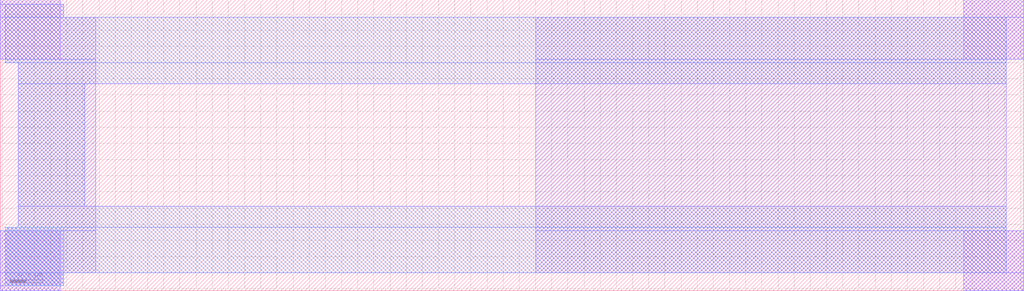
<source format=lef>
# Copyright 2020 The SkyWater PDK Authors
#
# Licensed under the Apache License, Version 2.0 (the "License");
# you may not use this file except in compliance with the License.
# You may obtain a copy of the License at
#
#     https://www.apache.org/licenses/LICENSE-2.0
#
# Unless required by applicable law or agreed to in writing, software
# distributed under the License is distributed on an "AS IS" BASIS,
# WITHOUT WARRANTIES OR CONDITIONS OF ANY KIND, either express or implied.
# See the License for the specific language governing permissions and
# limitations under the License.
#
# SPDX-License-Identifier: Apache-2.0

VERSION 5.7 ;
  NOWIREEXTENSIONATPIN ON ;
  DIVIDERCHAR "/" ;
  BUSBITCHARS "[]" ;
MACRO sky130_fd_bd_sram__sram_dp_blkinv_met23
  CLASS BLOCK ;
  FOREIGN sky130_fd_bd_sram__sram_dp_blkinv_met23 ;
  ORIGIN  0.055000  0.055000 ;
  SIZE  3.165000 BY  0.900000 ;
  OBS
    LAYER met1 ;
      RECT -0.055000 -0.055000 0.130000 0.130000 ;
      RECT -0.055000  0.660000 0.130000 0.845000 ;
      RECT  2.925000 -0.055000 3.110000 0.130000 ;
      RECT  2.925000  0.660000 3.110000 0.845000 ;
    LAYER met2 ;
      RECT -0.055000 -0.055000 0.130000 -0.040000 ;
      RECT -0.055000 -0.040000 0.140000  0.000000 ;
      RECT -0.055000  0.000000 0.240000  0.130000 ;
      RECT -0.055000  0.660000 0.240000  0.790000 ;
      RECT -0.055000  0.790000 0.140000  0.830000 ;
      RECT -0.055000  0.830000 0.130000  0.845000 ;
      RECT -0.040000  0.130000 0.240000  0.140000 ;
      RECT -0.040000  0.650000 0.240000  0.660000 ;
      RECT  0.000000  0.140000 0.240000  0.650000 ;
      RECT  1.600000  0.000000 3.110000  0.130000 ;
      RECT  1.600000  0.130000 3.055000  0.660000 ;
      RECT  1.600000  0.660000 3.110000  0.790000 ;
      RECT  2.925000 -0.055000 3.110000  0.000000 ;
      RECT  2.925000  0.790000 3.110000  0.845000 ;
    LAYER met3 ;
      RECT -0.040000 -0.040000 0.140000 0.000000 ;
      RECT -0.040000  0.000000 3.055000 0.140000 ;
      RECT -0.040000  0.650000 3.055000 0.790000 ;
      RECT -0.040000  0.790000 0.140000 0.830000 ;
      RECT  0.000000  0.140000 3.055000 0.205000 ;
      RECT  0.000000  0.205000 0.205000 0.585000 ;
      RECT  0.000000  0.585000 3.055000 0.650000 ;
    LAYER via2 ;
      RECT -0.040000 -0.040000 0.140000 0.140000 ;
  END
END sky130_fd_bd_sram__sram_dp_blkinv_met23
END LIBRARY

</source>
